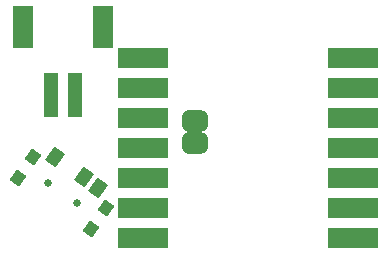
<source format=gbs>
G04*
G04 #@! TF.GenerationSoftware,Altium Limited,Altium Designer,21.8.1 (53)*
G04*
G04 Layer_Color=16711935*
%FSLAX25Y25*%
%MOIN*%
G70*
G04*
G04 #@! TF.SameCoordinates,BB14BC4D-F75F-4C2B-B3D6-E291CF296C5C*
G04*
G04*
G04 #@! TF.FilePolarity,Negative*
G04*
G01*
G75*
%ADD72C,0.02572*%
G04:AMPARAMS|DCode=73|XSize=86.74mil|YSize=70.99mil|CornerRadius=19.75mil|HoleSize=0mil|Usage=FLASHONLY|Rotation=0.000|XOffset=0mil|YOffset=0mil|HoleType=Round|Shape=RoundedRectangle|*
%AMROUNDEDRECTD73*
21,1,0.08674,0.03150,0,0,0.0*
21,1,0.04724,0.07099,0,0,0.0*
1,1,0.03950,0.02362,-0.01575*
1,1,0.03950,-0.02362,-0.01575*
1,1,0.03950,-0.02362,0.01575*
1,1,0.03950,0.02362,0.01575*
%
%ADD73ROUNDEDRECTD73*%
G04:AMPARAMS|DCode=83|XSize=55.24mil|YSize=43.43mil|CornerRadius=0mil|HoleSize=0mil|Usage=FLASHONLY|Rotation=55.000|XOffset=0mil|YOffset=0mil|HoleType=Round|Shape=Rectangle|*
%AMROTATEDRECTD83*
4,1,4,0.00195,-0.03508,-0.03363,-0.01017,-0.00195,0.03508,0.03363,0.01017,0.00195,-0.03508,0.0*
%
%ADD83ROTATEDRECTD83*%

G04:AMPARAMS|DCode=84|XSize=43.43mil|YSize=39.5mil|CornerRadius=0mil|HoleSize=0mil|Usage=FLASHONLY|Rotation=55.000|XOffset=0mil|YOffset=0mil|HoleType=Round|Shape=Rectangle|*
%AMROTATEDRECTD84*
4,1,4,0.00372,-0.02912,-0.02863,-0.00646,-0.00372,0.02912,0.02863,0.00646,0.00372,-0.02912,0.0*
%
%ADD84ROTATEDRECTD84*%

%ADD85R,0.04737X0.14580*%
%ADD86R,0.06706X0.14186*%
%ADD87R,0.16548X0.06800*%
D72*
X356000Y50500D02*
D03*
X346325Y57275D02*
D03*
D73*
X395505Y78000D02*
D03*
X395500Y70500D02*
D03*
D83*
X348761Y65902D02*
D03*
X358436Y59127D02*
D03*
X363274Y55740D02*
D03*
D84*
X365901Y48854D02*
D03*
X341391Y66016D02*
D03*
X336423Y58921D02*
D03*
X360933Y41759D02*
D03*
D85*
X347563Y86705D02*
D03*
X355437D02*
D03*
D86*
X338311Y109343D02*
D03*
X364689D02*
D03*
D87*
X448000Y59000D02*
D03*
Y39000D02*
D03*
Y49000D02*
D03*
Y89000D02*
D03*
Y79000D02*
D03*
Y69000D02*
D03*
Y99000D02*
D03*
X378000D02*
D03*
Y69000D02*
D03*
Y79000D02*
D03*
Y89000D02*
D03*
Y59000D02*
D03*
Y49000D02*
D03*
Y39000D02*
D03*
M02*

</source>
